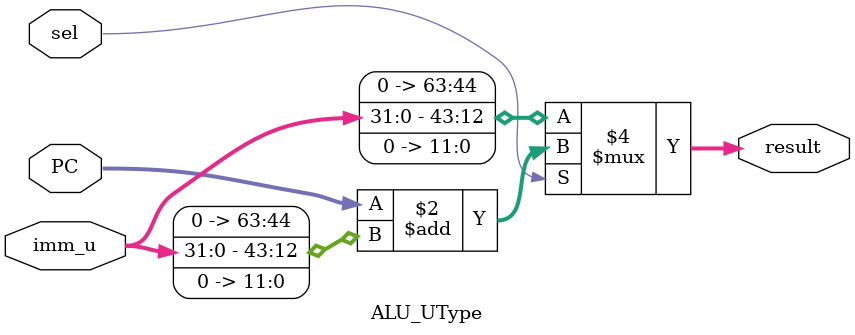
<source format=v>
module ALU_UType (
    input  [63:0] PC,
    input  [31:0] imm_u,  // upper immediate (20-bit shifted left by 12)
    input         sel,    // 0 = LUI, 1 = AUIPC
    output reg [63:0] result
);

    always @(*) begin
        if (sel)
            result = PC + {imm_u, 12'b0};  // AUIPC: PC + (imm << 12)
        else
            result = {imm_u, 12'b0};       // LUI: (imm << 12)
    end
endmodule
</source>
